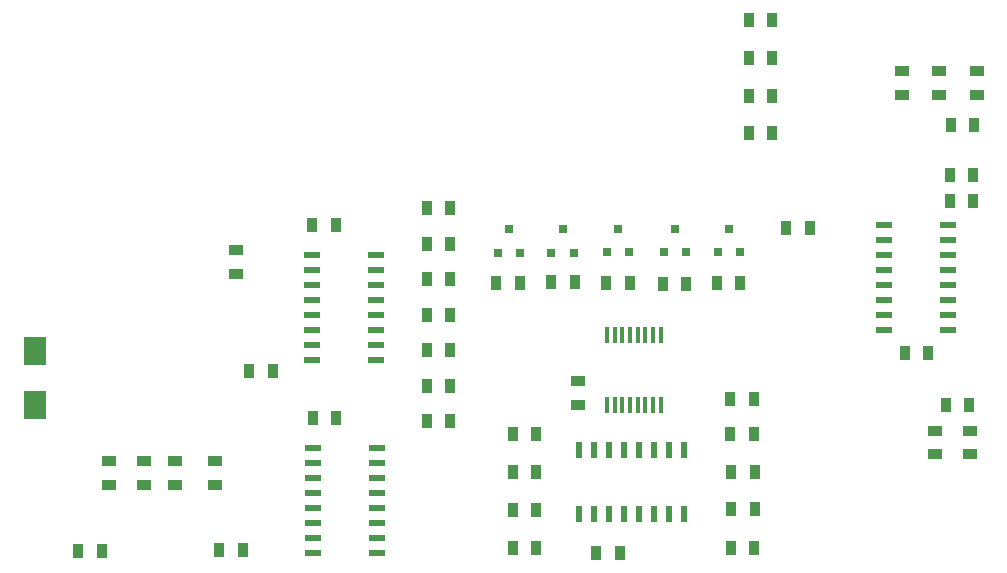
<source format=gbp>
G04 #@! TF.GenerationSoftware,KiCad,Pcbnew,no-vcs-found-7434~57~ubuntu14.04.1*
G04 #@! TF.CreationDate,2017-01-14T01:06:31+01:00*
G04 #@! TF.ProjectId,Nano_PB,4E616E6F5F50422E6B696361645F7063,rev?*
G04 #@! TF.FileFunction,Paste,Bot*
G04 #@! TF.FilePolarity,Positive*
%FSLAX46Y46*%
G04 Gerber Fmt 4.6, Leading zero omitted, Abs format (unit mm)*
G04 Created by KiCad (PCBNEW no-vcs-found-7434~57~ubuntu14.04.1) date Sat Jan 14 01:06:31 2017*
%MOMM*%
%LPD*%
G01*
G04 APERTURE LIST*
%ADD10C,0.100000*%
%ADD11R,0.348400X1.398400*%
%ADD12R,1.398400X0.498400*%
%ADD13R,0.498400X1.398400*%
%ADD14R,0.898400X1.148400*%
%ADD15R,0.698500X0.698500*%
%ADD16R,1.148400X0.898400*%
%ADD17R,1.898400X2.398400*%
%ADD18R,0.898400X1.198400*%
%ADD19R,1.198400X0.898400*%
G04 APERTURE END LIST*
D10*
D11*
X114490000Y-60245000D03*
X115140000Y-60245000D03*
X115790000Y-60245000D03*
X116440000Y-60245000D03*
X117090000Y-60245000D03*
X117740000Y-60245000D03*
X118390000Y-60245000D03*
X119040000Y-60245000D03*
X119040000Y-54345000D03*
X118390000Y-54345000D03*
X117740000Y-54345000D03*
X117090000Y-54345000D03*
X116440000Y-54345000D03*
X115790000Y-54345000D03*
X115140000Y-54345000D03*
X114490000Y-54345000D03*
D12*
X143390000Y-53915000D03*
X143390000Y-52645000D03*
X143390000Y-51375000D03*
X143390000Y-50105000D03*
X143390000Y-48835000D03*
X143390000Y-47565000D03*
X143390000Y-46295000D03*
X143390000Y-45025000D03*
X137990000Y-45025000D03*
X137990000Y-46295000D03*
X137990000Y-47565000D03*
X137990000Y-48835000D03*
X137990000Y-50105000D03*
X137990000Y-51375000D03*
X137990000Y-52645000D03*
X137990000Y-53915000D03*
X94990000Y-63940000D03*
X94990000Y-65210000D03*
X94990000Y-66480000D03*
X94990000Y-67750000D03*
X94990000Y-69020000D03*
X94990000Y-70290000D03*
X94990000Y-71560000D03*
X94990000Y-72830000D03*
X89590000Y-72830000D03*
X89590000Y-71560000D03*
X89590000Y-70290000D03*
X89590000Y-69020000D03*
X89590000Y-67750000D03*
X89590000Y-66480000D03*
X89590000Y-65210000D03*
X89590000Y-63940000D03*
D13*
X112100000Y-64070000D03*
X113370000Y-64070000D03*
X114640000Y-64070000D03*
X115910000Y-64070000D03*
X117180000Y-64070000D03*
X118450000Y-64070000D03*
X119720000Y-64070000D03*
X120990000Y-64070000D03*
X120990000Y-69470000D03*
X119720000Y-69470000D03*
X118450000Y-69470000D03*
X117180000Y-69470000D03*
X115910000Y-69470000D03*
X114640000Y-69470000D03*
X113370000Y-69470000D03*
X112100000Y-69470000D03*
D12*
X94940000Y-47575000D03*
X94940000Y-48845000D03*
X94940000Y-50115000D03*
X94940000Y-51385000D03*
X94940000Y-52655000D03*
X94940000Y-53925000D03*
X94940000Y-55195000D03*
X94940000Y-56465000D03*
X89540000Y-56465000D03*
X89540000Y-55195000D03*
X89540000Y-53925000D03*
X89540000Y-52655000D03*
X89540000Y-51385000D03*
X89540000Y-50115000D03*
X89540000Y-48845000D03*
X89540000Y-47575000D03*
D14*
X89590000Y-61320000D03*
X91590000Y-61320000D03*
X89540000Y-45020000D03*
X91540000Y-45020000D03*
D15*
X107140000Y-47345760D03*
X105240000Y-47345760D03*
X106190000Y-45346780D03*
X111690000Y-47345760D03*
X109790000Y-47345760D03*
X110740000Y-45346780D03*
X116390000Y-47320760D03*
X114490000Y-47320760D03*
X115440000Y-45321780D03*
X121215000Y-47343980D03*
X119315000Y-47343980D03*
X120265000Y-45345000D03*
X125790000Y-47318980D03*
X123890000Y-47318980D03*
X124840000Y-45320000D03*
D14*
X113570000Y-72750000D03*
X115570000Y-72750000D03*
D16*
X75340000Y-64995000D03*
X75340000Y-66995000D03*
X77890000Y-64995000D03*
X77890000Y-66995000D03*
D17*
X66090000Y-60220000D03*
X66090000Y-55720000D03*
D18*
X101250000Y-43620000D03*
X99250000Y-43620000D03*
X101250000Y-46620000D03*
X99250000Y-46620000D03*
X101250000Y-49620000D03*
X99250000Y-49620000D03*
X101250000Y-52620000D03*
X99250000Y-52620000D03*
X101250000Y-55620000D03*
X99250000Y-55620000D03*
X101250000Y-58620000D03*
X99250000Y-58620000D03*
X101250000Y-61620000D03*
X99250000Y-61620000D03*
X107140000Y-49895000D03*
X105140000Y-49895000D03*
X111790000Y-49870000D03*
X109790000Y-49870000D03*
X116440000Y-49970000D03*
X114440000Y-49970000D03*
X121215000Y-49995000D03*
X119215000Y-49995000D03*
X125790000Y-49970000D03*
X123790000Y-49970000D03*
X131670000Y-45230000D03*
X129670000Y-45230000D03*
X106525000Y-69120000D03*
X108525000Y-69120000D03*
X126990000Y-69095000D03*
X124990000Y-69095000D03*
X126980000Y-72345000D03*
X124980000Y-72345000D03*
X106525000Y-72370000D03*
X108525000Y-72370000D03*
X124990000Y-65895000D03*
X126990000Y-65895000D03*
X124940000Y-62695000D03*
X126940000Y-62695000D03*
X108525000Y-65920000D03*
X106525000Y-65920000D03*
X108525000Y-62720000D03*
X106525000Y-62720000D03*
X84190000Y-57420000D03*
X86190000Y-57420000D03*
X69715000Y-72600000D03*
X71715000Y-72600000D03*
D19*
X72340000Y-66995000D03*
X72340000Y-64995000D03*
D18*
X83690000Y-72570000D03*
X81690000Y-72570000D03*
D19*
X81340000Y-66995000D03*
X81340000Y-64995000D03*
D16*
X112040000Y-58245000D03*
X112040000Y-60245000D03*
D14*
X145500000Y-42975000D03*
X143500000Y-42975000D03*
D16*
X142265000Y-62420000D03*
X142265000Y-64420000D03*
D14*
X141690000Y-55870000D03*
X139690000Y-55870000D03*
D18*
X126940000Y-59745000D03*
X124940000Y-59745000D03*
X128500000Y-27670000D03*
X126500000Y-27670000D03*
X126500000Y-30870000D03*
X128500000Y-30870000D03*
X126500000Y-34070000D03*
X128500000Y-34070000D03*
X128500000Y-37270000D03*
X126500000Y-37270000D03*
D19*
X145790000Y-31975000D03*
X145790000Y-33975000D03*
X139475000Y-31975000D03*
X139475000Y-33975000D03*
X142625000Y-33975000D03*
X142625000Y-31975000D03*
X83100000Y-47140000D03*
X83100000Y-49140000D03*
D18*
X145590000Y-36570000D03*
X143590000Y-36570000D03*
X143500000Y-40825000D03*
X145500000Y-40825000D03*
X145190000Y-60270000D03*
X143190000Y-60270000D03*
D19*
X145265000Y-62420000D03*
X145265000Y-64420000D03*
M02*

</source>
